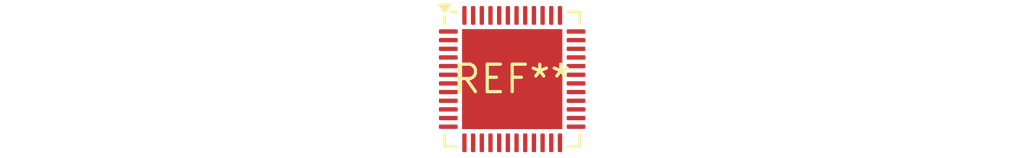
<source format=kicad_pcb>
(kicad_pcb (version 20240108) (generator pcbnew)
  (layers (0 "F.Cu" signal) (31 "B.Cu" signal) (34 "B.Paste" user) (35 "F.Paste" user) (36 "B.SilkS" user "B.Silkscreen") (37 "F.SilkS" user "F.Silkscreen") (38 "B.Mask" user) (39 "F.Mask" user) (44 "Edge.Cuts" user))
  (net 0 "")
  (footprint "UQFN-48-1EP_6x6mm_P0.4mm_EP4.62x4.62mm" (layer "F.Cu") (at 0 0)
    (property "Reference" "REF**")
    (property "Value" "UQFN-48-1EP_6x6mm_P0.4mm_EP4.62x4.62mm")
    (fp_line (start -3.11 -2.56) (end -3.11 -2.87) (layer "F.SilkS") (stroke (width 0.12)))
    (fp_line (start -3.11 3.11) (end -3.11 2.56) (layer "F.SilkS") (stroke (width 0.12)))
    (fp_line (start -2.56 -3.11) (end -2.81 -3.11) (layer "F.SilkS") (stroke (width 0.12)))
    (fp_line (start -2.56 3.11) (end -3.11 3.11) (layer "F.SilkS") (stroke (width 0.12)))
    (fp_line (start 2.56 -3.11) (end 3.11 -3.11) (layer "F.SilkS") (stroke (width 0.12)))
    (fp_line (start 2.56 3.11) (end 3.11 3.11) (layer "F.SilkS") (stroke (width 0.12)))
    (fp_line (start 3.11 -3.11) (end 3.11 -2.56) (layer "F.SilkS") (stroke (width 0.12)))
    (fp_line (start 3.11 3.11) (end 3.11 2.56) (layer "F.SilkS") (stroke (width 0.12)))
    (fp_poly (pts (xy -3.11 -3.11) (xy -3.35 -3.44) (xy -2.87 -3.44) (xy -3.11 -3.11)) (layer "F.SilkS") (stroke (width 0.12)) (fill solid))
    (pad "1" smd roundrect (at -2.9425 -2.2) (size 0.865 0.2) (layers "F.Cu" "F.Paste" "F.Mask"))
    (pad "2" smd roundrect (at -2.9425 -1.8) (size 0.865 0.2) (layers "F.Cu" "F.Paste" "F.Mask"))
    (pad "3" smd roundrect (at -2.9425 -1.4) (size 0.865 0.2) (layers "F.Cu" "F.Paste" "F.Mask"))
    (pad "4" smd roundrect (at -2.9425 -1) (size 0.865 0.2) (layers "F.Cu" "F.Paste" "F.Mask"))
    (pad "5" smd roundrect (at -2.9425 -0.6) (size 0.865 0.2) (layers "F.Cu" "F.Paste" "F.Mask"))
    (pad "6" smd roundrect (at -2.9425 -0.2) (size 0.865 0.2) (layers "F.Cu" "F.Paste" "F.Mask"))
    (pad "7" smd roundrect (at -2.9425 0.2) (size 0.865 0.2) (layers "F.Cu" "F.Paste" "F.Mask"))
    (pad "8" smd roundrect (at -2.9425 0.6) (size 0.865 0.2) (layers "F.Cu" "F.Paste" "F.Mask"))
    (pad "9" smd roundrect (at -2.9425 1) (size 0.865 0.2) (layers "F.Cu" "F.Paste" "F.Mask"))
    (pad "10" smd roundrect (at -2.9425 1.4) (size 0.865 0.2) (layers "F.Cu" "F.Paste" "F.Mask"))
    (pad "11" smd roundrect (at -2.9425 1.8) (size 0.865 0.2) (layers "F.Cu" "F.Paste" "F.Mask"))
    (pad "12" smd roundrect (at -2.9425 2.2) (size 0.865 0.2) (layers "F.Cu" "F.Paste" "F.Mask"))
    (pad "13" smd roundrect (at -2.2 2.9425) (size 0.2 0.865) (layers "F.Cu" "F.Paste" "F.Mask"))
    (pad "14" smd roundrect (at -1.8 2.9425) (size 0.2 0.865) (layers "F.Cu" "F.Paste" "F.Mask"))
    (pad "15" smd roundrect (at -1.4 2.9425) (size 0.2 0.865) (layers "F.Cu" "F.Paste" "F.Mask"))
    (pad "16" smd roundrect (at -1 2.9425) (size 0.2 0.865) (layers "F.Cu" "F.Paste" "F.Mask"))
    (pad "17" smd roundrect (at -0.6 2.9425) (size 0.2 0.865) (layers "F.Cu" "F.Paste" "F.Mask"))
    (pad "18" smd roundrect (at -0.2 2.9425) (size 0.2 0.865) (layers "F.Cu" "F.Paste" "F.Mask"))
    (pad "19" smd roundrect (at 0.2 2.9425) (size 0.2 0.865) (layers "F.Cu" "F.Paste" "F.Mask"))
    (pad "20" smd roundrect (at 0.6 2.9425) (size 0.2 0.865) (layers "F.Cu" "F.Paste" "F.Mask"))
    (pad "21" smd roundrect (at 1 2.9425) (size 0.2 0.865) (layers "F.Cu" "F.Paste" "F.Mask"))
    (pad "22" smd roundrect (at 1.4 2.9425) (size 0.2 0.865) (layers "F.Cu" "F.Paste" "F.Mask"))
    (pad "23" smd roundrect (at 1.8 2.9425) (size 0.2 0.865) (layers "F.Cu" "F.Paste" "F.Mask"))
    (pad "24" smd roundrect (at 2.2 2.9425) (size 0.2 0.865) (layers "F.Cu" "F.Paste" "F.Mask"))
    (pad "25" smd roundrect (at 2.9425 2.2) (size 0.865 0.2) (layers "F.Cu" "F.Paste" "F.Mask"))
    (pad "26" smd roundrect (at 2.9425 1.8) (size 0.865 0.2) (layers "F.Cu" "F.Paste" "F.Mask"))
    (pad "27" smd roundrect (at 2.9425 1.4) (size 0.865 0.2) (layers "F.Cu" "F.Paste" "F.Mask"))
    (pad "28" smd roundrect (at 2.9425 1) (size 0.865 0.2) (layers "F.Cu" "F.Paste" "F.Mask"))
    (pad "29" smd roundrect (at 2.9425 0.6) (size 0.865 0.2) (layers "F.Cu" "F.Paste" "F.Mask"))
    (pad "30" smd roundrect (at 2.9425 0.2) (size 0.865 0.2) (layers "F.Cu" "F.Paste" "F.Mask"))
    (pad "31" smd roundrect (at 2.9425 -0.2) (size 0.865 0.2) (layers "F.Cu" "F.Paste" "F.Mask"))
    (pad "32" smd roundrect (at 2.9425 -0.6) (size 0.865 0.2) (layers "F.Cu" "F.Paste" "F.Mask"))
    (pad "33" smd roundrect (at 2.9425 -1) (size 0.865 0.2) (layers "F.Cu" "F.Paste" "F.Mask"))
    (pad "34" smd roundrect (at 2.9425 -1.4) (size 0.865 0.2) (layers "F.Cu" "F.Paste" "F.Mask"))
    (pad "35" smd roundrect (at 2.9425 -1.8) (size 0.865 0.2) (layers "F.Cu" "F.Paste" "F.Mask"))
    (pad "36" smd roundrect (at 2.9425 -2.2) (size 0.865 0.2) (layers "F.Cu" "F.Paste" "F.Mask"))
    (pad "37" smd roundrect (at 2.2 -2.9425) (size 0.2 0.865) (layers "F.Cu" "F.Paste" "F.Mask"))
    (pad "38" smd roundrect (at 1.8 -2.9425) (size 0.2 0.865) (layers "F.Cu" "F.Paste" "F.Mask"))
    (pad "39" smd roundrect (at 1.4 -2.9425) (size 0.2 0.865) (layers "F.Cu" "F.Paste" "F.Mask"))
    (pad "40" smd roundrect (at 1 -2.9425) (size 0.2 0.865) (layers "F.Cu" "F.Paste" "F.Mask"))
    (pad "41" smd roundrect (at 0.6 -2.9425) (size 0.2 0.865) (layers "F.Cu" "F.Paste" "F.Mask"))
    (pad "42" smd roundrect (at 0.2 -2.9425) (size 0.2 0.865) (layers "F.Cu" "F.Paste" "F.Mask"))
    (pad "43" smd roundrect (at -0.2 -2.9425) (size 0.2 0.865) (layers "F.Cu" "F.Paste" "F.Mask"))
    (pad "44" smd roundrect (at -0.6 -2.9425) (size 0.2 0.865) (layers "F.Cu" "F.Paste" "F.Mask"))
    (pad "45" smd roundrect (at -1 -2.9425) (size 0.2 0.865) (layers "F.Cu" "F.Paste" "F.Mask"))
    (pad "46" smd roundrect (at -1.4 -2.9425) (size 0.2 0.865) (layers "F.Cu" "F.Paste" "F.Mask"))
    (pad "47" smd roundrect (at -1.8 -2.9425) (size 0.2 0.865) (layers "F.Cu" "F.Paste" "F.Mask"))
    (pad "48" smd roundrect (at -2.2 -2.9425) (size 0.2 0.865) (layers "F.Cu" "F.Paste" "F.Mask"))
    (pad "49" smd rect (at 0 0) (size 4.62 4.62) (property pad_prop_heatsink) (layers "F.Cu" "F.Mask"))
  )
)
</source>
